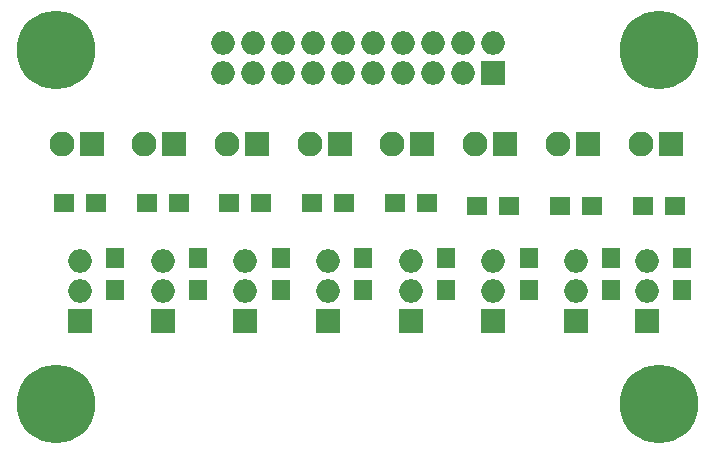
<source format=gbr>
G04 #@! TF.FileFunction,Soldermask,Bot*
%FSLAX46Y46*%
G04 Gerber Fmt 4.6, Leading zero omitted, Abs format (unit mm)*
G04 Created by KiCad (PCBNEW (after 2015-mar-04 BZR unknown)-product) date 5/15/2017 1:40:31 PM*
%MOMM*%
G01*
G04 APERTURE LIST*
%ADD10C,0.150000*%
%ADD11R,1.604800X1.804800*%
%ADD12R,2.104800X2.104800*%
%ADD13C,2.104800*%
%ADD14C,6.654800*%
%ADD15R,1.804800X1.604800*%
%ADD16R,2.004800X2.004800*%
%ADD17O,2.004800X2.004800*%
G04 APERTURE END LIST*
D10*
D11*
X67000000Y-31650000D03*
X67000000Y-34350000D03*
X61000000Y-31650000D03*
X61000000Y-34350000D03*
X54000000Y-31650000D03*
X54000000Y-34350000D03*
X47000000Y-31650000D03*
X47000000Y-34350000D03*
X40000000Y-31650000D03*
X40000000Y-34350000D03*
X33000000Y-31650000D03*
X33000000Y-34350000D03*
X26000000Y-31650000D03*
X26000000Y-34350000D03*
X19000000Y-31650000D03*
X19000000Y-34350000D03*
D12*
X66000000Y-22000000D03*
D13*
X63460000Y-22000000D03*
D12*
X59000000Y-22000000D03*
D13*
X56460000Y-22000000D03*
D12*
X52000000Y-22000000D03*
D13*
X49460000Y-22000000D03*
D12*
X45000000Y-22000000D03*
D13*
X42460000Y-22000000D03*
D12*
X38000000Y-22000000D03*
D13*
X35460000Y-22000000D03*
D12*
X31000000Y-22000000D03*
D13*
X28460000Y-22000000D03*
D12*
X24000000Y-22000000D03*
D13*
X21460000Y-22000000D03*
D12*
X17000000Y-22000000D03*
D13*
X14460000Y-22000000D03*
D14*
X65000000Y-44000000D03*
D15*
X63650000Y-27250000D03*
X66350000Y-27250000D03*
X56650000Y-27250000D03*
X59350000Y-27250000D03*
X49650000Y-27250000D03*
X52350000Y-27250000D03*
X42650000Y-27000000D03*
X45350000Y-27000000D03*
X35650000Y-27000000D03*
X38350000Y-27000000D03*
X28650000Y-27000000D03*
X31350000Y-27000000D03*
X21650000Y-27000000D03*
X24350000Y-27000000D03*
X14650000Y-27000000D03*
X17350000Y-27000000D03*
D16*
X51000000Y-16000000D03*
D17*
X51000000Y-13460000D03*
X48460000Y-16000000D03*
X48460000Y-13460000D03*
X45920000Y-16000000D03*
X45920000Y-13460000D03*
X43380000Y-16000000D03*
X43380000Y-13460000D03*
X40840000Y-16000000D03*
X40840000Y-13460000D03*
X38300000Y-16000000D03*
X38300000Y-13460000D03*
X35760000Y-16000000D03*
X35760000Y-13460000D03*
X33220000Y-16000000D03*
X33220000Y-13460000D03*
X30680000Y-16000000D03*
X30680000Y-13460000D03*
X28140000Y-16000000D03*
X28140000Y-13460000D03*
D14*
X65000000Y-14000000D03*
X14000000Y-14000000D03*
X14000000Y-44000000D03*
D16*
X64000000Y-37000000D03*
D17*
X64000000Y-34460000D03*
X64000000Y-31920000D03*
D16*
X58000000Y-37000000D03*
D17*
X58000000Y-34460000D03*
X58000000Y-31920000D03*
D16*
X51000000Y-37000000D03*
D17*
X51000000Y-34460000D03*
X51000000Y-31920000D03*
D16*
X44000000Y-37000000D03*
D17*
X44000000Y-34460000D03*
X44000000Y-31920000D03*
D16*
X37000000Y-37000000D03*
D17*
X37000000Y-34460000D03*
X37000000Y-31920000D03*
D16*
X30000000Y-37000000D03*
D17*
X30000000Y-34460000D03*
X30000000Y-31920000D03*
D16*
X23000000Y-37000000D03*
D17*
X23000000Y-34460000D03*
X23000000Y-31920000D03*
D16*
X16000000Y-37000000D03*
D17*
X16000000Y-34460000D03*
X16000000Y-31920000D03*
M02*

</source>
